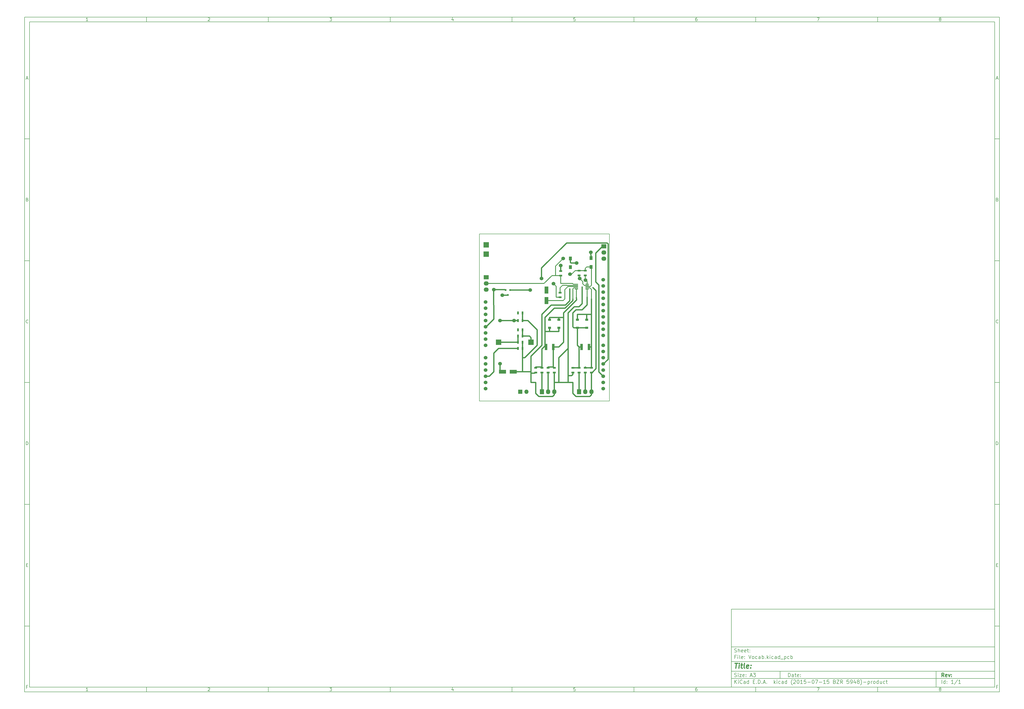
<source format=gbr>
G04 #@! TF.FileFunction,Copper,L1,Top,Signal*
%FSLAX46Y46*%
G04 Gerber Fmt 4.6, Leading zero omitted, Abs format (unit mm)*
G04 Created by KiCad (PCBNEW (2015-07-15 BZR 5948)-product) date Tue 15 Sep 2015 04:10:27 BST*
%MOMM*%
G01*
G04 APERTURE LIST*
%ADD10C,0.150000*%
%ADD11C,0.300000*%
%ADD12C,0.400000*%
%ADD13R,1.000000X2.500000*%
%ADD14R,2.999740X1.600200*%
%ADD15R,1.600200X2.999740*%
%ADD16R,1.220000X0.910000*%
%ADD17R,2.235200X2.235200*%
%ADD18R,1.300000X0.700000*%
%ADD19R,0.700000X1.300000*%
%ADD20R,1.727200X2.032000*%
%ADD21O,1.727200X2.032000*%
%ADD22R,2.032000X1.727200*%
%ADD23O,2.032000X1.727200*%
%ADD24C,1.524000*%
%ADD25R,1.727200X1.727200*%
%ADD26O,1.727200X1.727200*%
%ADD27R,1.198880X1.600200*%
%ADD28R,1.400000X0.300000*%
%ADD29R,0.800100X0.800100*%
%ADD30C,0.508000*%
G04 APERTURE END LIST*
D10*
X299989000Y-253002200D02*
X299989000Y-285002200D01*
X407989000Y-285002200D01*
X407989000Y-253002200D01*
X299989000Y-253002200D01*
X10000000Y-10000000D02*
X10000000Y-287002200D01*
X409989000Y-287002200D01*
X409989000Y-10000000D01*
X10000000Y-10000000D01*
X12000000Y-12000000D02*
X12000000Y-285002200D01*
X407989000Y-285002200D01*
X407989000Y-12000000D01*
X12000000Y-12000000D01*
X60000000Y-12000000D02*
X60000000Y-10000000D01*
X110000000Y-12000000D02*
X110000000Y-10000000D01*
X160000000Y-12000000D02*
X160000000Y-10000000D01*
X210000000Y-12000000D02*
X210000000Y-10000000D01*
X260000000Y-12000000D02*
X260000000Y-10000000D01*
X310000000Y-12000000D02*
X310000000Y-10000000D01*
X360000000Y-12000000D02*
X360000000Y-10000000D01*
X35990476Y-11588095D02*
X35247619Y-11588095D01*
X35619048Y-11588095D02*
X35619048Y-10288095D01*
X35495238Y-10473810D01*
X35371429Y-10597619D01*
X35247619Y-10659524D01*
X85247619Y-10411905D02*
X85309524Y-10350000D01*
X85433333Y-10288095D01*
X85742857Y-10288095D01*
X85866667Y-10350000D01*
X85928571Y-10411905D01*
X85990476Y-10535714D01*
X85990476Y-10659524D01*
X85928571Y-10845238D01*
X85185714Y-11588095D01*
X85990476Y-11588095D01*
X135185714Y-10288095D02*
X135990476Y-10288095D01*
X135557143Y-10783333D01*
X135742857Y-10783333D01*
X135866667Y-10845238D01*
X135928571Y-10907143D01*
X135990476Y-11030952D01*
X135990476Y-11340476D01*
X135928571Y-11464286D01*
X135866667Y-11526190D01*
X135742857Y-11588095D01*
X135371429Y-11588095D01*
X135247619Y-11526190D01*
X135185714Y-11464286D01*
X185866667Y-10721429D02*
X185866667Y-11588095D01*
X185557143Y-10226190D02*
X185247619Y-11154762D01*
X186052381Y-11154762D01*
X235928571Y-10288095D02*
X235309524Y-10288095D01*
X235247619Y-10907143D01*
X235309524Y-10845238D01*
X235433333Y-10783333D01*
X235742857Y-10783333D01*
X235866667Y-10845238D01*
X235928571Y-10907143D01*
X235990476Y-11030952D01*
X235990476Y-11340476D01*
X235928571Y-11464286D01*
X235866667Y-11526190D01*
X235742857Y-11588095D01*
X235433333Y-11588095D01*
X235309524Y-11526190D01*
X235247619Y-11464286D01*
X285866667Y-10288095D02*
X285619048Y-10288095D01*
X285495238Y-10350000D01*
X285433333Y-10411905D01*
X285309524Y-10597619D01*
X285247619Y-10845238D01*
X285247619Y-11340476D01*
X285309524Y-11464286D01*
X285371429Y-11526190D01*
X285495238Y-11588095D01*
X285742857Y-11588095D01*
X285866667Y-11526190D01*
X285928571Y-11464286D01*
X285990476Y-11340476D01*
X285990476Y-11030952D01*
X285928571Y-10907143D01*
X285866667Y-10845238D01*
X285742857Y-10783333D01*
X285495238Y-10783333D01*
X285371429Y-10845238D01*
X285309524Y-10907143D01*
X285247619Y-11030952D01*
X335185714Y-10288095D02*
X336052381Y-10288095D01*
X335495238Y-11588095D01*
X385495238Y-10845238D02*
X385371429Y-10783333D01*
X385309524Y-10721429D01*
X385247619Y-10597619D01*
X385247619Y-10535714D01*
X385309524Y-10411905D01*
X385371429Y-10350000D01*
X385495238Y-10288095D01*
X385742857Y-10288095D01*
X385866667Y-10350000D01*
X385928571Y-10411905D01*
X385990476Y-10535714D01*
X385990476Y-10597619D01*
X385928571Y-10721429D01*
X385866667Y-10783333D01*
X385742857Y-10845238D01*
X385495238Y-10845238D01*
X385371429Y-10907143D01*
X385309524Y-10969048D01*
X385247619Y-11092857D01*
X385247619Y-11340476D01*
X385309524Y-11464286D01*
X385371429Y-11526190D01*
X385495238Y-11588095D01*
X385742857Y-11588095D01*
X385866667Y-11526190D01*
X385928571Y-11464286D01*
X385990476Y-11340476D01*
X385990476Y-11092857D01*
X385928571Y-10969048D01*
X385866667Y-10907143D01*
X385742857Y-10845238D01*
X60000000Y-285002200D02*
X60000000Y-287002200D01*
X110000000Y-285002200D02*
X110000000Y-287002200D01*
X160000000Y-285002200D02*
X160000000Y-287002200D01*
X210000000Y-285002200D02*
X210000000Y-287002200D01*
X260000000Y-285002200D02*
X260000000Y-287002200D01*
X310000000Y-285002200D02*
X310000000Y-287002200D01*
X360000000Y-285002200D02*
X360000000Y-287002200D01*
X35990476Y-286590295D02*
X35247619Y-286590295D01*
X35619048Y-286590295D02*
X35619048Y-285290295D01*
X35495238Y-285476010D01*
X35371429Y-285599819D01*
X35247619Y-285661724D01*
X85247619Y-285414105D02*
X85309524Y-285352200D01*
X85433333Y-285290295D01*
X85742857Y-285290295D01*
X85866667Y-285352200D01*
X85928571Y-285414105D01*
X85990476Y-285537914D01*
X85990476Y-285661724D01*
X85928571Y-285847438D01*
X85185714Y-286590295D01*
X85990476Y-286590295D01*
X135185714Y-285290295D02*
X135990476Y-285290295D01*
X135557143Y-285785533D01*
X135742857Y-285785533D01*
X135866667Y-285847438D01*
X135928571Y-285909343D01*
X135990476Y-286033152D01*
X135990476Y-286342676D01*
X135928571Y-286466486D01*
X135866667Y-286528390D01*
X135742857Y-286590295D01*
X135371429Y-286590295D01*
X135247619Y-286528390D01*
X135185714Y-286466486D01*
X185866667Y-285723629D02*
X185866667Y-286590295D01*
X185557143Y-285228390D02*
X185247619Y-286156962D01*
X186052381Y-286156962D01*
X235928571Y-285290295D02*
X235309524Y-285290295D01*
X235247619Y-285909343D01*
X235309524Y-285847438D01*
X235433333Y-285785533D01*
X235742857Y-285785533D01*
X235866667Y-285847438D01*
X235928571Y-285909343D01*
X235990476Y-286033152D01*
X235990476Y-286342676D01*
X235928571Y-286466486D01*
X235866667Y-286528390D01*
X235742857Y-286590295D01*
X235433333Y-286590295D01*
X235309524Y-286528390D01*
X235247619Y-286466486D01*
X285866667Y-285290295D02*
X285619048Y-285290295D01*
X285495238Y-285352200D01*
X285433333Y-285414105D01*
X285309524Y-285599819D01*
X285247619Y-285847438D01*
X285247619Y-286342676D01*
X285309524Y-286466486D01*
X285371429Y-286528390D01*
X285495238Y-286590295D01*
X285742857Y-286590295D01*
X285866667Y-286528390D01*
X285928571Y-286466486D01*
X285990476Y-286342676D01*
X285990476Y-286033152D01*
X285928571Y-285909343D01*
X285866667Y-285847438D01*
X285742857Y-285785533D01*
X285495238Y-285785533D01*
X285371429Y-285847438D01*
X285309524Y-285909343D01*
X285247619Y-286033152D01*
X335185714Y-285290295D02*
X336052381Y-285290295D01*
X335495238Y-286590295D01*
X385495238Y-285847438D02*
X385371429Y-285785533D01*
X385309524Y-285723629D01*
X385247619Y-285599819D01*
X385247619Y-285537914D01*
X385309524Y-285414105D01*
X385371429Y-285352200D01*
X385495238Y-285290295D01*
X385742857Y-285290295D01*
X385866667Y-285352200D01*
X385928571Y-285414105D01*
X385990476Y-285537914D01*
X385990476Y-285599819D01*
X385928571Y-285723629D01*
X385866667Y-285785533D01*
X385742857Y-285847438D01*
X385495238Y-285847438D01*
X385371429Y-285909343D01*
X385309524Y-285971248D01*
X385247619Y-286095057D01*
X385247619Y-286342676D01*
X385309524Y-286466486D01*
X385371429Y-286528390D01*
X385495238Y-286590295D01*
X385742857Y-286590295D01*
X385866667Y-286528390D01*
X385928571Y-286466486D01*
X385990476Y-286342676D01*
X385990476Y-286095057D01*
X385928571Y-285971248D01*
X385866667Y-285909343D01*
X385742857Y-285847438D01*
X10000000Y-60000000D02*
X12000000Y-60000000D01*
X10000000Y-110000000D02*
X12000000Y-110000000D01*
X10000000Y-160000000D02*
X12000000Y-160000000D01*
X10000000Y-210000000D02*
X12000000Y-210000000D01*
X10000000Y-260000000D02*
X12000000Y-260000000D01*
X10690476Y-35216667D02*
X11309524Y-35216667D01*
X10566667Y-35588095D02*
X11000000Y-34288095D01*
X11433333Y-35588095D01*
X11092857Y-84907143D02*
X11278571Y-84969048D01*
X11340476Y-85030952D01*
X11402381Y-85154762D01*
X11402381Y-85340476D01*
X11340476Y-85464286D01*
X11278571Y-85526190D01*
X11154762Y-85588095D01*
X10659524Y-85588095D01*
X10659524Y-84288095D01*
X11092857Y-84288095D01*
X11216667Y-84350000D01*
X11278571Y-84411905D01*
X11340476Y-84535714D01*
X11340476Y-84659524D01*
X11278571Y-84783333D01*
X11216667Y-84845238D01*
X11092857Y-84907143D01*
X10659524Y-84907143D01*
X11402381Y-135464286D02*
X11340476Y-135526190D01*
X11154762Y-135588095D01*
X11030952Y-135588095D01*
X10845238Y-135526190D01*
X10721429Y-135402381D01*
X10659524Y-135278571D01*
X10597619Y-135030952D01*
X10597619Y-134845238D01*
X10659524Y-134597619D01*
X10721429Y-134473810D01*
X10845238Y-134350000D01*
X11030952Y-134288095D01*
X11154762Y-134288095D01*
X11340476Y-134350000D01*
X11402381Y-134411905D01*
X10659524Y-185588095D02*
X10659524Y-184288095D01*
X10969048Y-184288095D01*
X11154762Y-184350000D01*
X11278571Y-184473810D01*
X11340476Y-184597619D01*
X11402381Y-184845238D01*
X11402381Y-185030952D01*
X11340476Y-185278571D01*
X11278571Y-185402381D01*
X11154762Y-185526190D01*
X10969048Y-185588095D01*
X10659524Y-185588095D01*
X10721429Y-234907143D02*
X11154762Y-234907143D01*
X11340476Y-235588095D02*
X10721429Y-235588095D01*
X10721429Y-234288095D01*
X11340476Y-234288095D01*
X11185714Y-284907143D02*
X10752381Y-284907143D01*
X10752381Y-285588095D02*
X10752381Y-284288095D01*
X11371428Y-284288095D01*
X409989000Y-60000000D02*
X407989000Y-60000000D01*
X409989000Y-110000000D02*
X407989000Y-110000000D01*
X409989000Y-160000000D02*
X407989000Y-160000000D01*
X409989000Y-210000000D02*
X407989000Y-210000000D01*
X409989000Y-260000000D02*
X407989000Y-260000000D01*
X408679476Y-35216667D02*
X409298524Y-35216667D01*
X408555667Y-35588095D02*
X408989000Y-34288095D01*
X409422333Y-35588095D01*
X409081857Y-84907143D02*
X409267571Y-84969048D01*
X409329476Y-85030952D01*
X409391381Y-85154762D01*
X409391381Y-85340476D01*
X409329476Y-85464286D01*
X409267571Y-85526190D01*
X409143762Y-85588095D01*
X408648524Y-85588095D01*
X408648524Y-84288095D01*
X409081857Y-84288095D01*
X409205667Y-84350000D01*
X409267571Y-84411905D01*
X409329476Y-84535714D01*
X409329476Y-84659524D01*
X409267571Y-84783333D01*
X409205667Y-84845238D01*
X409081857Y-84907143D01*
X408648524Y-84907143D01*
X409391381Y-135464286D02*
X409329476Y-135526190D01*
X409143762Y-135588095D01*
X409019952Y-135588095D01*
X408834238Y-135526190D01*
X408710429Y-135402381D01*
X408648524Y-135278571D01*
X408586619Y-135030952D01*
X408586619Y-134845238D01*
X408648524Y-134597619D01*
X408710429Y-134473810D01*
X408834238Y-134350000D01*
X409019952Y-134288095D01*
X409143762Y-134288095D01*
X409329476Y-134350000D01*
X409391381Y-134411905D01*
X408648524Y-185588095D02*
X408648524Y-184288095D01*
X408958048Y-184288095D01*
X409143762Y-184350000D01*
X409267571Y-184473810D01*
X409329476Y-184597619D01*
X409391381Y-184845238D01*
X409391381Y-185030952D01*
X409329476Y-185278571D01*
X409267571Y-185402381D01*
X409143762Y-185526190D01*
X408958048Y-185588095D01*
X408648524Y-185588095D01*
X408710429Y-234907143D02*
X409143762Y-234907143D01*
X409329476Y-235588095D02*
X408710429Y-235588095D01*
X408710429Y-234288095D01*
X409329476Y-234288095D01*
X409174714Y-284907143D02*
X408741381Y-284907143D01*
X408741381Y-285588095D02*
X408741381Y-284288095D01*
X409360428Y-284288095D01*
X323346143Y-280780771D02*
X323346143Y-279280771D01*
X323703286Y-279280771D01*
X323917571Y-279352200D01*
X324060429Y-279495057D01*
X324131857Y-279637914D01*
X324203286Y-279923629D01*
X324203286Y-280137914D01*
X324131857Y-280423629D01*
X324060429Y-280566486D01*
X323917571Y-280709343D01*
X323703286Y-280780771D01*
X323346143Y-280780771D01*
X325489000Y-280780771D02*
X325489000Y-279995057D01*
X325417571Y-279852200D01*
X325274714Y-279780771D01*
X324989000Y-279780771D01*
X324846143Y-279852200D01*
X325489000Y-280709343D02*
X325346143Y-280780771D01*
X324989000Y-280780771D01*
X324846143Y-280709343D01*
X324774714Y-280566486D01*
X324774714Y-280423629D01*
X324846143Y-280280771D01*
X324989000Y-280209343D01*
X325346143Y-280209343D01*
X325489000Y-280137914D01*
X325989000Y-279780771D02*
X326560429Y-279780771D01*
X326203286Y-279280771D02*
X326203286Y-280566486D01*
X326274714Y-280709343D01*
X326417572Y-280780771D01*
X326560429Y-280780771D01*
X327631857Y-280709343D02*
X327489000Y-280780771D01*
X327203286Y-280780771D01*
X327060429Y-280709343D01*
X326989000Y-280566486D01*
X326989000Y-279995057D01*
X327060429Y-279852200D01*
X327203286Y-279780771D01*
X327489000Y-279780771D01*
X327631857Y-279852200D01*
X327703286Y-279995057D01*
X327703286Y-280137914D01*
X326989000Y-280280771D01*
X328346143Y-280637914D02*
X328417571Y-280709343D01*
X328346143Y-280780771D01*
X328274714Y-280709343D01*
X328346143Y-280637914D01*
X328346143Y-280780771D01*
X328346143Y-279852200D02*
X328417571Y-279923629D01*
X328346143Y-279995057D01*
X328274714Y-279923629D01*
X328346143Y-279852200D01*
X328346143Y-279995057D01*
X299989000Y-281502200D02*
X407989000Y-281502200D01*
X301346143Y-283580771D02*
X301346143Y-282080771D01*
X302203286Y-283580771D02*
X301560429Y-282723629D01*
X302203286Y-282080771D02*
X301346143Y-282937914D01*
X302846143Y-283580771D02*
X302846143Y-282580771D01*
X302846143Y-282080771D02*
X302774714Y-282152200D01*
X302846143Y-282223629D01*
X302917571Y-282152200D01*
X302846143Y-282080771D01*
X302846143Y-282223629D01*
X304417572Y-283437914D02*
X304346143Y-283509343D01*
X304131857Y-283580771D01*
X303989000Y-283580771D01*
X303774715Y-283509343D01*
X303631857Y-283366486D01*
X303560429Y-283223629D01*
X303489000Y-282937914D01*
X303489000Y-282723629D01*
X303560429Y-282437914D01*
X303631857Y-282295057D01*
X303774715Y-282152200D01*
X303989000Y-282080771D01*
X304131857Y-282080771D01*
X304346143Y-282152200D01*
X304417572Y-282223629D01*
X305703286Y-283580771D02*
X305703286Y-282795057D01*
X305631857Y-282652200D01*
X305489000Y-282580771D01*
X305203286Y-282580771D01*
X305060429Y-282652200D01*
X305703286Y-283509343D02*
X305560429Y-283580771D01*
X305203286Y-283580771D01*
X305060429Y-283509343D01*
X304989000Y-283366486D01*
X304989000Y-283223629D01*
X305060429Y-283080771D01*
X305203286Y-283009343D01*
X305560429Y-283009343D01*
X305703286Y-282937914D01*
X307060429Y-283580771D02*
X307060429Y-282080771D01*
X307060429Y-283509343D02*
X306917572Y-283580771D01*
X306631858Y-283580771D01*
X306489000Y-283509343D01*
X306417572Y-283437914D01*
X306346143Y-283295057D01*
X306346143Y-282866486D01*
X306417572Y-282723629D01*
X306489000Y-282652200D01*
X306631858Y-282580771D01*
X306917572Y-282580771D01*
X307060429Y-282652200D01*
X308917572Y-282795057D02*
X309417572Y-282795057D01*
X309631858Y-283580771D02*
X308917572Y-283580771D01*
X308917572Y-282080771D01*
X309631858Y-282080771D01*
X310274715Y-283437914D02*
X310346143Y-283509343D01*
X310274715Y-283580771D01*
X310203286Y-283509343D01*
X310274715Y-283437914D01*
X310274715Y-283580771D01*
X310989001Y-283580771D02*
X310989001Y-282080771D01*
X311346144Y-282080771D01*
X311560429Y-282152200D01*
X311703287Y-282295057D01*
X311774715Y-282437914D01*
X311846144Y-282723629D01*
X311846144Y-282937914D01*
X311774715Y-283223629D01*
X311703287Y-283366486D01*
X311560429Y-283509343D01*
X311346144Y-283580771D01*
X310989001Y-283580771D01*
X312489001Y-283437914D02*
X312560429Y-283509343D01*
X312489001Y-283580771D01*
X312417572Y-283509343D01*
X312489001Y-283437914D01*
X312489001Y-283580771D01*
X313131858Y-283152200D02*
X313846144Y-283152200D01*
X312989001Y-283580771D02*
X313489001Y-282080771D01*
X313989001Y-283580771D01*
X314489001Y-283437914D02*
X314560429Y-283509343D01*
X314489001Y-283580771D01*
X314417572Y-283509343D01*
X314489001Y-283437914D01*
X314489001Y-283580771D01*
X317489001Y-283580771D02*
X317489001Y-282080771D01*
X317631858Y-283009343D02*
X318060429Y-283580771D01*
X318060429Y-282580771D02*
X317489001Y-283152200D01*
X318703287Y-283580771D02*
X318703287Y-282580771D01*
X318703287Y-282080771D02*
X318631858Y-282152200D01*
X318703287Y-282223629D01*
X318774715Y-282152200D01*
X318703287Y-282080771D01*
X318703287Y-282223629D01*
X320060430Y-283509343D02*
X319917573Y-283580771D01*
X319631859Y-283580771D01*
X319489001Y-283509343D01*
X319417573Y-283437914D01*
X319346144Y-283295057D01*
X319346144Y-282866486D01*
X319417573Y-282723629D01*
X319489001Y-282652200D01*
X319631859Y-282580771D01*
X319917573Y-282580771D01*
X320060430Y-282652200D01*
X321346144Y-283580771D02*
X321346144Y-282795057D01*
X321274715Y-282652200D01*
X321131858Y-282580771D01*
X320846144Y-282580771D01*
X320703287Y-282652200D01*
X321346144Y-283509343D02*
X321203287Y-283580771D01*
X320846144Y-283580771D01*
X320703287Y-283509343D01*
X320631858Y-283366486D01*
X320631858Y-283223629D01*
X320703287Y-283080771D01*
X320846144Y-283009343D01*
X321203287Y-283009343D01*
X321346144Y-282937914D01*
X322703287Y-283580771D02*
X322703287Y-282080771D01*
X322703287Y-283509343D02*
X322560430Y-283580771D01*
X322274716Y-283580771D01*
X322131858Y-283509343D01*
X322060430Y-283437914D01*
X321989001Y-283295057D01*
X321989001Y-282866486D01*
X322060430Y-282723629D01*
X322131858Y-282652200D01*
X322274716Y-282580771D01*
X322560430Y-282580771D01*
X322703287Y-282652200D01*
X324989001Y-284152200D02*
X324917573Y-284080771D01*
X324774716Y-283866486D01*
X324703287Y-283723629D01*
X324631858Y-283509343D01*
X324560430Y-283152200D01*
X324560430Y-282866486D01*
X324631858Y-282509343D01*
X324703287Y-282295057D01*
X324774716Y-282152200D01*
X324917573Y-281937914D01*
X324989001Y-281866486D01*
X325489001Y-282223629D02*
X325560430Y-282152200D01*
X325703287Y-282080771D01*
X326060430Y-282080771D01*
X326203287Y-282152200D01*
X326274716Y-282223629D01*
X326346144Y-282366486D01*
X326346144Y-282509343D01*
X326274716Y-282723629D01*
X325417573Y-283580771D01*
X326346144Y-283580771D01*
X327274715Y-282080771D02*
X327417572Y-282080771D01*
X327560429Y-282152200D01*
X327631858Y-282223629D01*
X327703287Y-282366486D01*
X327774715Y-282652200D01*
X327774715Y-283009343D01*
X327703287Y-283295057D01*
X327631858Y-283437914D01*
X327560429Y-283509343D01*
X327417572Y-283580771D01*
X327274715Y-283580771D01*
X327131858Y-283509343D01*
X327060429Y-283437914D01*
X326989001Y-283295057D01*
X326917572Y-283009343D01*
X326917572Y-282652200D01*
X326989001Y-282366486D01*
X327060429Y-282223629D01*
X327131858Y-282152200D01*
X327274715Y-282080771D01*
X329203286Y-283580771D02*
X328346143Y-283580771D01*
X328774715Y-283580771D02*
X328774715Y-282080771D01*
X328631858Y-282295057D01*
X328489000Y-282437914D01*
X328346143Y-282509343D01*
X330560429Y-282080771D02*
X329846143Y-282080771D01*
X329774714Y-282795057D01*
X329846143Y-282723629D01*
X329989000Y-282652200D01*
X330346143Y-282652200D01*
X330489000Y-282723629D01*
X330560429Y-282795057D01*
X330631857Y-282937914D01*
X330631857Y-283295057D01*
X330560429Y-283437914D01*
X330489000Y-283509343D01*
X330346143Y-283580771D01*
X329989000Y-283580771D01*
X329846143Y-283509343D01*
X329774714Y-283437914D01*
X331274714Y-283009343D02*
X332417571Y-283009343D01*
X333417571Y-282080771D02*
X333560428Y-282080771D01*
X333703285Y-282152200D01*
X333774714Y-282223629D01*
X333846143Y-282366486D01*
X333917571Y-282652200D01*
X333917571Y-283009343D01*
X333846143Y-283295057D01*
X333774714Y-283437914D01*
X333703285Y-283509343D01*
X333560428Y-283580771D01*
X333417571Y-283580771D01*
X333274714Y-283509343D01*
X333203285Y-283437914D01*
X333131857Y-283295057D01*
X333060428Y-283009343D01*
X333060428Y-282652200D01*
X333131857Y-282366486D01*
X333203285Y-282223629D01*
X333274714Y-282152200D01*
X333417571Y-282080771D01*
X334417571Y-282080771D02*
X335417571Y-282080771D01*
X334774714Y-283580771D01*
X335988999Y-283009343D02*
X337131856Y-283009343D01*
X338631856Y-283580771D02*
X337774713Y-283580771D01*
X338203285Y-283580771D02*
X338203285Y-282080771D01*
X338060428Y-282295057D01*
X337917570Y-282437914D01*
X337774713Y-282509343D01*
X339988999Y-282080771D02*
X339274713Y-282080771D01*
X339203284Y-282795057D01*
X339274713Y-282723629D01*
X339417570Y-282652200D01*
X339774713Y-282652200D01*
X339917570Y-282723629D01*
X339988999Y-282795057D01*
X340060427Y-282937914D01*
X340060427Y-283295057D01*
X339988999Y-283437914D01*
X339917570Y-283509343D01*
X339774713Y-283580771D01*
X339417570Y-283580771D01*
X339274713Y-283509343D01*
X339203284Y-283437914D01*
X342346141Y-282795057D02*
X342560427Y-282866486D01*
X342631855Y-282937914D01*
X342703284Y-283080771D01*
X342703284Y-283295057D01*
X342631855Y-283437914D01*
X342560427Y-283509343D01*
X342417569Y-283580771D01*
X341846141Y-283580771D01*
X341846141Y-282080771D01*
X342346141Y-282080771D01*
X342488998Y-282152200D01*
X342560427Y-282223629D01*
X342631855Y-282366486D01*
X342631855Y-282509343D01*
X342560427Y-282652200D01*
X342488998Y-282723629D01*
X342346141Y-282795057D01*
X341846141Y-282795057D01*
X343203284Y-282080771D02*
X344203284Y-282080771D01*
X343203284Y-283580771D01*
X344203284Y-283580771D01*
X345631855Y-283580771D02*
X345131855Y-282866486D01*
X344774712Y-283580771D02*
X344774712Y-282080771D01*
X345346140Y-282080771D01*
X345488998Y-282152200D01*
X345560426Y-282223629D01*
X345631855Y-282366486D01*
X345631855Y-282580771D01*
X345560426Y-282723629D01*
X345488998Y-282795057D01*
X345346140Y-282866486D01*
X344774712Y-282866486D01*
X348131855Y-282080771D02*
X347417569Y-282080771D01*
X347346140Y-282795057D01*
X347417569Y-282723629D01*
X347560426Y-282652200D01*
X347917569Y-282652200D01*
X348060426Y-282723629D01*
X348131855Y-282795057D01*
X348203283Y-282937914D01*
X348203283Y-283295057D01*
X348131855Y-283437914D01*
X348060426Y-283509343D01*
X347917569Y-283580771D01*
X347560426Y-283580771D01*
X347417569Y-283509343D01*
X347346140Y-283437914D01*
X348917568Y-283580771D02*
X349203283Y-283580771D01*
X349346140Y-283509343D01*
X349417568Y-283437914D01*
X349560426Y-283223629D01*
X349631854Y-282937914D01*
X349631854Y-282366486D01*
X349560426Y-282223629D01*
X349488997Y-282152200D01*
X349346140Y-282080771D01*
X349060426Y-282080771D01*
X348917568Y-282152200D01*
X348846140Y-282223629D01*
X348774711Y-282366486D01*
X348774711Y-282723629D01*
X348846140Y-282866486D01*
X348917568Y-282937914D01*
X349060426Y-283009343D01*
X349346140Y-283009343D01*
X349488997Y-282937914D01*
X349560426Y-282866486D01*
X349631854Y-282723629D01*
X350917568Y-282580771D02*
X350917568Y-283580771D01*
X350560425Y-282009343D02*
X350203282Y-283080771D01*
X351131854Y-283080771D01*
X351917568Y-282723629D02*
X351774710Y-282652200D01*
X351703282Y-282580771D01*
X351631853Y-282437914D01*
X351631853Y-282366486D01*
X351703282Y-282223629D01*
X351774710Y-282152200D01*
X351917568Y-282080771D01*
X352203282Y-282080771D01*
X352346139Y-282152200D01*
X352417568Y-282223629D01*
X352488996Y-282366486D01*
X352488996Y-282437914D01*
X352417568Y-282580771D01*
X352346139Y-282652200D01*
X352203282Y-282723629D01*
X351917568Y-282723629D01*
X351774710Y-282795057D01*
X351703282Y-282866486D01*
X351631853Y-283009343D01*
X351631853Y-283295057D01*
X351703282Y-283437914D01*
X351774710Y-283509343D01*
X351917568Y-283580771D01*
X352203282Y-283580771D01*
X352346139Y-283509343D01*
X352417568Y-283437914D01*
X352488996Y-283295057D01*
X352488996Y-283009343D01*
X352417568Y-282866486D01*
X352346139Y-282795057D01*
X352203282Y-282723629D01*
X352988996Y-284152200D02*
X353060424Y-284080771D01*
X353203281Y-283866486D01*
X353274710Y-283723629D01*
X353346139Y-283509343D01*
X353417567Y-283152200D01*
X353417567Y-282866486D01*
X353346139Y-282509343D01*
X353274710Y-282295057D01*
X353203281Y-282152200D01*
X353060424Y-281937914D01*
X352988996Y-281866486D01*
X354131853Y-283009343D02*
X355274710Y-283009343D01*
X355988996Y-282580771D02*
X355988996Y-284080771D01*
X355988996Y-282652200D02*
X356131853Y-282580771D01*
X356417567Y-282580771D01*
X356560424Y-282652200D01*
X356631853Y-282723629D01*
X356703282Y-282866486D01*
X356703282Y-283295057D01*
X356631853Y-283437914D01*
X356560424Y-283509343D01*
X356417567Y-283580771D01*
X356131853Y-283580771D01*
X355988996Y-283509343D01*
X357346139Y-283580771D02*
X357346139Y-282580771D01*
X357346139Y-282866486D02*
X357417567Y-282723629D01*
X357488996Y-282652200D01*
X357631853Y-282580771D01*
X357774710Y-282580771D01*
X358488996Y-283580771D02*
X358346138Y-283509343D01*
X358274710Y-283437914D01*
X358203281Y-283295057D01*
X358203281Y-282866486D01*
X358274710Y-282723629D01*
X358346138Y-282652200D01*
X358488996Y-282580771D01*
X358703281Y-282580771D01*
X358846138Y-282652200D01*
X358917567Y-282723629D01*
X358988996Y-282866486D01*
X358988996Y-283295057D01*
X358917567Y-283437914D01*
X358846138Y-283509343D01*
X358703281Y-283580771D01*
X358488996Y-283580771D01*
X360274710Y-283580771D02*
X360274710Y-282080771D01*
X360274710Y-283509343D02*
X360131853Y-283580771D01*
X359846139Y-283580771D01*
X359703281Y-283509343D01*
X359631853Y-283437914D01*
X359560424Y-283295057D01*
X359560424Y-282866486D01*
X359631853Y-282723629D01*
X359703281Y-282652200D01*
X359846139Y-282580771D01*
X360131853Y-282580771D01*
X360274710Y-282652200D01*
X361631853Y-282580771D02*
X361631853Y-283580771D01*
X360988996Y-282580771D02*
X360988996Y-283366486D01*
X361060424Y-283509343D01*
X361203282Y-283580771D01*
X361417567Y-283580771D01*
X361560424Y-283509343D01*
X361631853Y-283437914D01*
X362988996Y-283509343D02*
X362846139Y-283580771D01*
X362560425Y-283580771D01*
X362417567Y-283509343D01*
X362346139Y-283437914D01*
X362274710Y-283295057D01*
X362274710Y-282866486D01*
X362346139Y-282723629D01*
X362417567Y-282652200D01*
X362560425Y-282580771D01*
X362846139Y-282580771D01*
X362988996Y-282652200D01*
X363417567Y-282580771D02*
X363988996Y-282580771D01*
X363631853Y-282080771D02*
X363631853Y-283366486D01*
X363703281Y-283509343D01*
X363846139Y-283580771D01*
X363988996Y-283580771D01*
X299989000Y-278502200D02*
X407989000Y-278502200D01*
D11*
X387203286Y-280780771D02*
X386703286Y-280066486D01*
X386346143Y-280780771D02*
X386346143Y-279280771D01*
X386917571Y-279280771D01*
X387060429Y-279352200D01*
X387131857Y-279423629D01*
X387203286Y-279566486D01*
X387203286Y-279780771D01*
X387131857Y-279923629D01*
X387060429Y-279995057D01*
X386917571Y-280066486D01*
X386346143Y-280066486D01*
X388417571Y-280709343D02*
X388274714Y-280780771D01*
X387989000Y-280780771D01*
X387846143Y-280709343D01*
X387774714Y-280566486D01*
X387774714Y-279995057D01*
X387846143Y-279852200D01*
X387989000Y-279780771D01*
X388274714Y-279780771D01*
X388417571Y-279852200D01*
X388489000Y-279995057D01*
X388489000Y-280137914D01*
X387774714Y-280280771D01*
X388989000Y-279780771D02*
X389346143Y-280780771D01*
X389703285Y-279780771D01*
X390274714Y-280637914D02*
X390346142Y-280709343D01*
X390274714Y-280780771D01*
X390203285Y-280709343D01*
X390274714Y-280637914D01*
X390274714Y-280780771D01*
X390274714Y-279852200D02*
X390346142Y-279923629D01*
X390274714Y-279995057D01*
X390203285Y-279923629D01*
X390274714Y-279852200D01*
X390274714Y-279995057D01*
D10*
X301274714Y-280709343D02*
X301489000Y-280780771D01*
X301846143Y-280780771D01*
X301989000Y-280709343D01*
X302060429Y-280637914D01*
X302131857Y-280495057D01*
X302131857Y-280352200D01*
X302060429Y-280209343D01*
X301989000Y-280137914D01*
X301846143Y-280066486D01*
X301560429Y-279995057D01*
X301417571Y-279923629D01*
X301346143Y-279852200D01*
X301274714Y-279709343D01*
X301274714Y-279566486D01*
X301346143Y-279423629D01*
X301417571Y-279352200D01*
X301560429Y-279280771D01*
X301917571Y-279280771D01*
X302131857Y-279352200D01*
X302774714Y-280780771D02*
X302774714Y-279780771D01*
X302774714Y-279280771D02*
X302703285Y-279352200D01*
X302774714Y-279423629D01*
X302846142Y-279352200D01*
X302774714Y-279280771D01*
X302774714Y-279423629D01*
X303346143Y-279780771D02*
X304131857Y-279780771D01*
X303346143Y-280780771D01*
X304131857Y-280780771D01*
X305274714Y-280709343D02*
X305131857Y-280780771D01*
X304846143Y-280780771D01*
X304703286Y-280709343D01*
X304631857Y-280566486D01*
X304631857Y-279995057D01*
X304703286Y-279852200D01*
X304846143Y-279780771D01*
X305131857Y-279780771D01*
X305274714Y-279852200D01*
X305346143Y-279995057D01*
X305346143Y-280137914D01*
X304631857Y-280280771D01*
X305989000Y-280637914D02*
X306060428Y-280709343D01*
X305989000Y-280780771D01*
X305917571Y-280709343D01*
X305989000Y-280637914D01*
X305989000Y-280780771D01*
X305989000Y-279852200D02*
X306060428Y-279923629D01*
X305989000Y-279995057D01*
X305917571Y-279923629D01*
X305989000Y-279852200D01*
X305989000Y-279995057D01*
X307774714Y-280352200D02*
X308489000Y-280352200D01*
X307631857Y-280780771D02*
X308131857Y-279280771D01*
X308631857Y-280780771D01*
X308989000Y-279280771D02*
X309917571Y-279280771D01*
X309417571Y-279852200D01*
X309631857Y-279852200D01*
X309774714Y-279923629D01*
X309846143Y-279995057D01*
X309917571Y-280137914D01*
X309917571Y-280495057D01*
X309846143Y-280637914D01*
X309774714Y-280709343D01*
X309631857Y-280780771D01*
X309203285Y-280780771D01*
X309060428Y-280709343D01*
X308989000Y-280637914D01*
X386346143Y-283580771D02*
X386346143Y-282080771D01*
X387703286Y-283580771D02*
X387703286Y-282080771D01*
X387703286Y-283509343D02*
X387560429Y-283580771D01*
X387274715Y-283580771D01*
X387131857Y-283509343D01*
X387060429Y-283437914D01*
X386989000Y-283295057D01*
X386989000Y-282866486D01*
X387060429Y-282723629D01*
X387131857Y-282652200D01*
X387274715Y-282580771D01*
X387560429Y-282580771D01*
X387703286Y-282652200D01*
X388417572Y-283437914D02*
X388489000Y-283509343D01*
X388417572Y-283580771D01*
X388346143Y-283509343D01*
X388417572Y-283437914D01*
X388417572Y-283580771D01*
X388417572Y-282652200D02*
X388489000Y-282723629D01*
X388417572Y-282795057D01*
X388346143Y-282723629D01*
X388417572Y-282652200D01*
X388417572Y-282795057D01*
X391060429Y-283580771D02*
X390203286Y-283580771D01*
X390631858Y-283580771D02*
X390631858Y-282080771D01*
X390489001Y-282295057D01*
X390346143Y-282437914D01*
X390203286Y-282509343D01*
X392774714Y-282009343D02*
X391489000Y-283937914D01*
X394060429Y-283580771D02*
X393203286Y-283580771D01*
X393631858Y-283580771D02*
X393631858Y-282080771D01*
X393489001Y-282295057D01*
X393346143Y-282437914D01*
X393203286Y-282509343D01*
X299989000Y-274502200D02*
X407989000Y-274502200D01*
D12*
X301441381Y-275206962D02*
X302584238Y-275206962D01*
X301762810Y-277206962D02*
X302012810Y-275206962D01*
X303000905Y-277206962D02*
X303167571Y-275873629D01*
X303250905Y-275206962D02*
X303143762Y-275302200D01*
X303227095Y-275397438D01*
X303334239Y-275302200D01*
X303250905Y-275206962D01*
X303227095Y-275397438D01*
X303834238Y-275873629D02*
X304596143Y-275873629D01*
X304203286Y-275206962D02*
X303989000Y-276921248D01*
X304060430Y-277111724D01*
X304239001Y-277206962D01*
X304429477Y-277206962D01*
X305381858Y-277206962D02*
X305203287Y-277111724D01*
X305131857Y-276921248D01*
X305346143Y-275206962D01*
X306917572Y-277111724D02*
X306715191Y-277206962D01*
X306334239Y-277206962D01*
X306155667Y-277111724D01*
X306084238Y-276921248D01*
X306179476Y-276159343D01*
X306298524Y-275968867D01*
X306500905Y-275873629D01*
X306881857Y-275873629D01*
X307060429Y-275968867D01*
X307131857Y-276159343D01*
X307108048Y-276349819D01*
X306131857Y-276540295D01*
X307881857Y-277016486D02*
X307965192Y-277111724D01*
X307858048Y-277206962D01*
X307774715Y-277111724D01*
X307881857Y-277016486D01*
X307858048Y-277206962D01*
X308012810Y-275968867D02*
X308096144Y-276064105D01*
X307989000Y-276159343D01*
X307905667Y-276064105D01*
X308012810Y-275968867D01*
X307989000Y-276159343D01*
D10*
X301846143Y-272595057D02*
X301346143Y-272595057D01*
X301346143Y-273380771D02*
X301346143Y-271880771D01*
X302060429Y-271880771D01*
X302631857Y-273380771D02*
X302631857Y-272380771D01*
X302631857Y-271880771D02*
X302560428Y-271952200D01*
X302631857Y-272023629D01*
X302703285Y-271952200D01*
X302631857Y-271880771D01*
X302631857Y-272023629D01*
X303560429Y-273380771D02*
X303417571Y-273309343D01*
X303346143Y-273166486D01*
X303346143Y-271880771D01*
X304703285Y-273309343D02*
X304560428Y-273380771D01*
X304274714Y-273380771D01*
X304131857Y-273309343D01*
X304060428Y-273166486D01*
X304060428Y-272595057D01*
X304131857Y-272452200D01*
X304274714Y-272380771D01*
X304560428Y-272380771D01*
X304703285Y-272452200D01*
X304774714Y-272595057D01*
X304774714Y-272737914D01*
X304060428Y-272880771D01*
X305417571Y-273237914D02*
X305488999Y-273309343D01*
X305417571Y-273380771D01*
X305346142Y-273309343D01*
X305417571Y-273237914D01*
X305417571Y-273380771D01*
X305417571Y-272452200D02*
X305488999Y-272523629D01*
X305417571Y-272595057D01*
X305346142Y-272523629D01*
X305417571Y-272452200D01*
X305417571Y-272595057D01*
X307060428Y-271880771D02*
X307560428Y-273380771D01*
X308060428Y-271880771D01*
X308774714Y-273380771D02*
X308631856Y-273309343D01*
X308560428Y-273237914D01*
X308488999Y-273095057D01*
X308488999Y-272666486D01*
X308560428Y-272523629D01*
X308631856Y-272452200D01*
X308774714Y-272380771D01*
X308988999Y-272380771D01*
X309131856Y-272452200D01*
X309203285Y-272523629D01*
X309274714Y-272666486D01*
X309274714Y-273095057D01*
X309203285Y-273237914D01*
X309131856Y-273309343D01*
X308988999Y-273380771D01*
X308774714Y-273380771D01*
X310560428Y-273309343D02*
X310417571Y-273380771D01*
X310131857Y-273380771D01*
X309988999Y-273309343D01*
X309917571Y-273237914D01*
X309846142Y-273095057D01*
X309846142Y-272666486D01*
X309917571Y-272523629D01*
X309988999Y-272452200D01*
X310131857Y-272380771D01*
X310417571Y-272380771D01*
X310560428Y-272452200D01*
X311846142Y-273380771D02*
X311846142Y-272595057D01*
X311774713Y-272452200D01*
X311631856Y-272380771D01*
X311346142Y-272380771D01*
X311203285Y-272452200D01*
X311846142Y-273309343D02*
X311703285Y-273380771D01*
X311346142Y-273380771D01*
X311203285Y-273309343D01*
X311131856Y-273166486D01*
X311131856Y-273023629D01*
X311203285Y-272880771D01*
X311346142Y-272809343D01*
X311703285Y-272809343D01*
X311846142Y-272737914D01*
X312560428Y-273380771D02*
X312560428Y-271880771D01*
X312560428Y-272452200D02*
X312703285Y-272380771D01*
X312988999Y-272380771D01*
X313131856Y-272452200D01*
X313203285Y-272523629D01*
X313274714Y-272666486D01*
X313274714Y-273095057D01*
X313203285Y-273237914D01*
X313131856Y-273309343D01*
X312988999Y-273380771D01*
X312703285Y-273380771D01*
X312560428Y-273309343D01*
X313917571Y-273237914D02*
X313988999Y-273309343D01*
X313917571Y-273380771D01*
X313846142Y-273309343D01*
X313917571Y-273237914D01*
X313917571Y-273380771D01*
X314631857Y-273380771D02*
X314631857Y-271880771D01*
X314774714Y-272809343D02*
X315203285Y-273380771D01*
X315203285Y-272380771D02*
X314631857Y-272952200D01*
X315846143Y-273380771D02*
X315846143Y-272380771D01*
X315846143Y-271880771D02*
X315774714Y-271952200D01*
X315846143Y-272023629D01*
X315917571Y-271952200D01*
X315846143Y-271880771D01*
X315846143Y-272023629D01*
X317203286Y-273309343D02*
X317060429Y-273380771D01*
X316774715Y-273380771D01*
X316631857Y-273309343D01*
X316560429Y-273237914D01*
X316489000Y-273095057D01*
X316489000Y-272666486D01*
X316560429Y-272523629D01*
X316631857Y-272452200D01*
X316774715Y-272380771D01*
X317060429Y-272380771D01*
X317203286Y-272452200D01*
X318489000Y-273380771D02*
X318489000Y-272595057D01*
X318417571Y-272452200D01*
X318274714Y-272380771D01*
X317989000Y-272380771D01*
X317846143Y-272452200D01*
X318489000Y-273309343D02*
X318346143Y-273380771D01*
X317989000Y-273380771D01*
X317846143Y-273309343D01*
X317774714Y-273166486D01*
X317774714Y-273023629D01*
X317846143Y-272880771D01*
X317989000Y-272809343D01*
X318346143Y-272809343D01*
X318489000Y-272737914D01*
X319846143Y-273380771D02*
X319846143Y-271880771D01*
X319846143Y-273309343D02*
X319703286Y-273380771D01*
X319417572Y-273380771D01*
X319274714Y-273309343D01*
X319203286Y-273237914D01*
X319131857Y-273095057D01*
X319131857Y-272666486D01*
X319203286Y-272523629D01*
X319274714Y-272452200D01*
X319417572Y-272380771D01*
X319703286Y-272380771D01*
X319846143Y-272452200D01*
X320203286Y-273523629D02*
X321346143Y-273523629D01*
X321703286Y-272380771D02*
X321703286Y-273880771D01*
X321703286Y-272452200D02*
X321846143Y-272380771D01*
X322131857Y-272380771D01*
X322274714Y-272452200D01*
X322346143Y-272523629D01*
X322417572Y-272666486D01*
X322417572Y-273095057D01*
X322346143Y-273237914D01*
X322274714Y-273309343D01*
X322131857Y-273380771D01*
X321846143Y-273380771D01*
X321703286Y-273309343D01*
X323703286Y-273309343D02*
X323560429Y-273380771D01*
X323274715Y-273380771D01*
X323131857Y-273309343D01*
X323060429Y-273237914D01*
X322989000Y-273095057D01*
X322989000Y-272666486D01*
X323060429Y-272523629D01*
X323131857Y-272452200D01*
X323274715Y-272380771D01*
X323560429Y-272380771D01*
X323703286Y-272452200D01*
X324346143Y-273380771D02*
X324346143Y-271880771D01*
X324346143Y-272452200D02*
X324489000Y-272380771D01*
X324774714Y-272380771D01*
X324917571Y-272452200D01*
X324989000Y-272523629D01*
X325060429Y-272666486D01*
X325060429Y-273095057D01*
X324989000Y-273237914D01*
X324917571Y-273309343D01*
X324774714Y-273380771D01*
X324489000Y-273380771D01*
X324346143Y-273309343D01*
X299989000Y-268502200D02*
X407989000Y-268502200D01*
X301274714Y-270609343D02*
X301489000Y-270680771D01*
X301846143Y-270680771D01*
X301989000Y-270609343D01*
X302060429Y-270537914D01*
X302131857Y-270395057D01*
X302131857Y-270252200D01*
X302060429Y-270109343D01*
X301989000Y-270037914D01*
X301846143Y-269966486D01*
X301560429Y-269895057D01*
X301417571Y-269823629D01*
X301346143Y-269752200D01*
X301274714Y-269609343D01*
X301274714Y-269466486D01*
X301346143Y-269323629D01*
X301417571Y-269252200D01*
X301560429Y-269180771D01*
X301917571Y-269180771D01*
X302131857Y-269252200D01*
X302774714Y-270680771D02*
X302774714Y-269180771D01*
X303417571Y-270680771D02*
X303417571Y-269895057D01*
X303346142Y-269752200D01*
X303203285Y-269680771D01*
X302989000Y-269680771D01*
X302846142Y-269752200D01*
X302774714Y-269823629D01*
X304703285Y-270609343D02*
X304560428Y-270680771D01*
X304274714Y-270680771D01*
X304131857Y-270609343D01*
X304060428Y-270466486D01*
X304060428Y-269895057D01*
X304131857Y-269752200D01*
X304274714Y-269680771D01*
X304560428Y-269680771D01*
X304703285Y-269752200D01*
X304774714Y-269895057D01*
X304774714Y-270037914D01*
X304060428Y-270180771D01*
X305988999Y-270609343D02*
X305846142Y-270680771D01*
X305560428Y-270680771D01*
X305417571Y-270609343D01*
X305346142Y-270466486D01*
X305346142Y-269895057D01*
X305417571Y-269752200D01*
X305560428Y-269680771D01*
X305846142Y-269680771D01*
X305988999Y-269752200D01*
X306060428Y-269895057D01*
X306060428Y-270037914D01*
X305346142Y-270180771D01*
X306488999Y-269680771D02*
X307060428Y-269680771D01*
X306703285Y-269180771D02*
X306703285Y-270466486D01*
X306774713Y-270609343D01*
X306917571Y-270680771D01*
X307060428Y-270680771D01*
X307560428Y-270537914D02*
X307631856Y-270609343D01*
X307560428Y-270680771D01*
X307488999Y-270609343D01*
X307560428Y-270537914D01*
X307560428Y-270680771D01*
X307560428Y-269752200D02*
X307631856Y-269823629D01*
X307560428Y-269895057D01*
X307488999Y-269823629D01*
X307560428Y-269752200D01*
X307560428Y-269895057D01*
X319989000Y-278502200D02*
X319989000Y-281502200D01*
X383989000Y-278502200D02*
X383989000Y-285002200D01*
X196596000Y-167640000D02*
X196596000Y-99060000D01*
X249936000Y-167640000D02*
X196596000Y-167640000D01*
X249936000Y-99060000D02*
X249936000Y-167640000D01*
X196596000Y-99060000D02*
X249936000Y-99060000D01*
D13*
X238530000Y-145415000D03*
X241530000Y-145415000D03*
X223925000Y-145415000D03*
X226925000Y-145415000D03*
D14*
X210479640Y-155575000D03*
X206080360Y-155575000D03*
D15*
X224155000Y-122006360D03*
X224155000Y-126405640D03*
D16*
X240665000Y-137525000D03*
X240665000Y-134255000D03*
X236855000Y-134255000D03*
X236855000Y-137525000D03*
X229235000Y-137525000D03*
X229235000Y-134255000D03*
X225425000Y-134255000D03*
X225425000Y-137525000D03*
D17*
X204470000Y-143510000D03*
D18*
X222250000Y-153990000D03*
X222250000Y-155890000D03*
X224790000Y-153990000D03*
X224790000Y-155890000D03*
X237490000Y-153990000D03*
X237490000Y-155890000D03*
X240030000Y-153990000D03*
X240030000Y-155890000D03*
D19*
X212410000Y-143510000D03*
X214310000Y-143510000D03*
X214310000Y-140970000D03*
X212410000Y-140970000D03*
D18*
X242570000Y-153990000D03*
X242570000Y-155890000D03*
D19*
X214310000Y-138430000D03*
X212410000Y-138430000D03*
D18*
X234950000Y-153990000D03*
X234950000Y-155890000D03*
X227330000Y-153990000D03*
X227330000Y-155890000D03*
X219710000Y-153990000D03*
X219710000Y-155890000D03*
D19*
X212410000Y-131445000D03*
X214310000Y-131445000D03*
X214310000Y-134620000D03*
X212410000Y-134620000D03*
X214310000Y-146050000D03*
X212410000Y-146050000D03*
D20*
X222250000Y-163830000D03*
D21*
X224790000Y-163830000D03*
X227330000Y-163830000D03*
D20*
X237490000Y-163830000D03*
D21*
X240030000Y-163830000D03*
X242570000Y-163830000D03*
D22*
X199390000Y-116840000D03*
D23*
X199390000Y-119380000D03*
X199390000Y-121920000D03*
D22*
X247650000Y-104140000D03*
D23*
X247650000Y-106680000D03*
X247650000Y-109220000D03*
D24*
X247396000Y-117856000D03*
X247396000Y-120396000D03*
X199136000Y-127000000D03*
X199136000Y-132080000D03*
X199136000Y-129540000D03*
X199136000Y-134620000D03*
X199136000Y-137160000D03*
X199136000Y-139700000D03*
X199136000Y-142240000D03*
X199136000Y-144780000D03*
X199136000Y-149860000D03*
X199136000Y-152400000D03*
X199136000Y-154940000D03*
X199136000Y-157480000D03*
X199136000Y-160020000D03*
X199136000Y-162560000D03*
X247396000Y-162560000D03*
X247396000Y-160020000D03*
X247396000Y-157480000D03*
X247396000Y-154940000D03*
X247396000Y-152400000D03*
X247396000Y-149860000D03*
X247396000Y-147320000D03*
X247396000Y-144780000D03*
X247396000Y-140716000D03*
X247396000Y-138176000D03*
X247396000Y-135636000D03*
X247396000Y-133096000D03*
X247396000Y-130556000D03*
X247396000Y-128016000D03*
X247396000Y-125476000D03*
X247396000Y-122936000D03*
D17*
X199390000Y-103505000D03*
X199390000Y-107315000D03*
X217805000Y-143510000D03*
D25*
X213360000Y-163830000D03*
D26*
X215900000Y-163830000D03*
D27*
X242443000Y-108943140D03*
X242443000Y-112544860D03*
X233934000Y-109070140D03*
X233934000Y-112671860D03*
D18*
X240030000Y-114112000D03*
X240030000Y-116012000D03*
X229997000Y-116139000D03*
X229997000Y-114239000D03*
X237490000Y-114112000D03*
X237490000Y-116012000D03*
X229743000Y-125029000D03*
X229743000Y-123129000D03*
D28*
X236433000Y-119650000D03*
X236433000Y-120150000D03*
X236433000Y-120650000D03*
X236433000Y-121150000D03*
X236433000Y-121650000D03*
X240833000Y-121650000D03*
X240833000Y-121150000D03*
X240833000Y-120650000D03*
X240833000Y-120150000D03*
X240833000Y-119650000D03*
D29*
X209230000Y-122062240D03*
X207330000Y-122062240D03*
X208280000Y-124061220D03*
D24*
X202565000Y-121920000D03*
X242316000Y-106553000D03*
X205994000Y-124206000D03*
X229997000Y-112014000D03*
X236474000Y-110998000D03*
X205105000Y-134620000D03*
X210820000Y-134620000D03*
X205105000Y-152273000D03*
X231013000Y-109093000D03*
X237744000Y-117348000D03*
X240157000Y-117983000D03*
X217424000Y-122047000D03*
X222123000Y-117348000D03*
X227012500Y-119443500D03*
X233807000Y-115570000D03*
D30*
X202565000Y-121920000D02*
X207187760Y-121920000D01*
X207187760Y-121920000D02*
X207330000Y-122062240D01*
X202184000Y-122301000D02*
X202565000Y-121920000D01*
X242338860Y-106530140D02*
X242443000Y-108943140D01*
X242316000Y-106553000D02*
X242338860Y-106530140D01*
X199390000Y-121920000D02*
X199263000Y-121920000D01*
X199136000Y-137160000D02*
X199390000Y-137160000D01*
X199390000Y-137160000D02*
X202565000Y-133985000D01*
X202565000Y-133985000D02*
X202438000Y-122301000D01*
X208135220Y-124206000D02*
X205994000Y-124206000D01*
X208135220Y-124206000D02*
X208280000Y-124061220D01*
X229997000Y-114239000D02*
X229997000Y-112014000D01*
X233934000Y-109070140D02*
X233934000Y-110744000D01*
X234188000Y-110998000D02*
X236474000Y-110998000D01*
X233934000Y-110744000D02*
X234188000Y-110998000D01*
X212410000Y-134620000D02*
X210820000Y-134620000D01*
X210820000Y-134620000D02*
X205105000Y-134620000D01*
X206080360Y-155575000D02*
X205105000Y-155575000D01*
X205105000Y-155575000D02*
X205105000Y-152273000D01*
D11*
X240833000Y-121650000D02*
X240833000Y-124927000D01*
D30*
X235315000Y-137525000D02*
X234950000Y-137160000D01*
X234950000Y-137160000D02*
X234950000Y-131445000D01*
X234950000Y-131445000D02*
X236220000Y-130175000D01*
X236220000Y-130175000D02*
X238760000Y-130175000D01*
X238760000Y-130175000D02*
X240792000Y-128143000D01*
X240792000Y-128143000D02*
X240792000Y-124968000D01*
X235315000Y-137525000D02*
X236855000Y-137525000D01*
D11*
X240833000Y-124927000D02*
X240792000Y-124968000D01*
D30*
X236855000Y-137525000D02*
X236855000Y-144780000D01*
X236855000Y-144780000D02*
X237490000Y-145415000D01*
X237490000Y-153990000D02*
X237490000Y-145415000D01*
X237490000Y-145415000D02*
X238530000Y-145415000D01*
X237490000Y-153990000D02*
X234950000Y-153990000D01*
X236855000Y-137525000D02*
X240665000Y-137525000D01*
D11*
X240833000Y-121150000D02*
X241927000Y-121150000D01*
D30*
X242570000Y-125730000D02*
X242570000Y-132080000D01*
D11*
X242570000Y-121793000D02*
X242570000Y-125730000D01*
X241927000Y-121150000D02*
X242570000Y-121793000D01*
D30*
X242570000Y-132080000D02*
X242570000Y-145415000D01*
X242570000Y-153990000D02*
X242570000Y-145415000D01*
X242570000Y-145415000D02*
X241530000Y-145415000D01*
X242570000Y-153990000D02*
X240350000Y-153990000D01*
X240350000Y-153990000D02*
X240030000Y-153670000D01*
X240030000Y-153670000D02*
X240030000Y-153990000D01*
X240665000Y-132080000D02*
X236855000Y-132080000D01*
X236855000Y-132080000D02*
X236855000Y-134255000D01*
X240665000Y-132080000D02*
X240665000Y-134255000D01*
X242570000Y-132080000D02*
X240665000Y-132080000D01*
D11*
X236433000Y-121150000D02*
X235339000Y-121150000D01*
D30*
X231775000Y-129540000D02*
X227330000Y-129540000D01*
X227330000Y-129540000D02*
X223520000Y-133350000D01*
X223520000Y-133350000D02*
X223520000Y-139065000D01*
X234950000Y-126365000D02*
X231775000Y-129540000D01*
X234950000Y-125730000D02*
X234950000Y-126365000D01*
D11*
X234950000Y-121539000D02*
X234950000Y-125730000D01*
X235339000Y-121150000D02*
X234950000Y-121539000D01*
D30*
X219710000Y-153990000D02*
X219710000Y-153670000D01*
X219710000Y-153670000D02*
X222250000Y-153670000D01*
X222250000Y-153670000D02*
X222250000Y-153990000D01*
X223520000Y-139065000D02*
X223520000Y-145010000D01*
X223520000Y-145010000D02*
X222250000Y-146280000D01*
X222250000Y-146280000D02*
X222250000Y-153670000D01*
X222250000Y-153670000D02*
X222250000Y-153990000D01*
X225425000Y-139065000D02*
X223520000Y-139065000D01*
X225425000Y-139065000D02*
X225425000Y-137525000D01*
X229235000Y-137525000D02*
X229235000Y-139065000D01*
X229235000Y-139065000D02*
X225425000Y-139065000D01*
D11*
X236433000Y-121650000D02*
X236433000Y-125181000D01*
X236433000Y-125181000D02*
X236474000Y-125222000D01*
D30*
X226925000Y-145415000D02*
X226925000Y-153585000D01*
X226925000Y-153585000D02*
X227010000Y-153670000D01*
X227010000Y-153670000D02*
X224790000Y-153670000D01*
X224790000Y-153670000D02*
X224790000Y-153990000D01*
X231140000Y-133350000D02*
X231140000Y-143510000D01*
X229235000Y-145415000D02*
X226925000Y-145415000D01*
X231140000Y-143510000D02*
X229235000Y-145415000D01*
X231140000Y-133350000D02*
X231140000Y-131445000D01*
X236465808Y-126111264D02*
X236433000Y-125095000D01*
X234950000Y-127635000D02*
X236465808Y-126111264D01*
X234950000Y-127635000D02*
X234950000Y-127635000D01*
X231140000Y-131445000D02*
X234950000Y-127635000D01*
X225425000Y-134255000D02*
X225425000Y-133350000D01*
X225425000Y-133350000D02*
X229235000Y-133350000D01*
X229235000Y-133350000D02*
X229235000Y-134255000D01*
X229235000Y-134255000D02*
X229235000Y-133350000D01*
X229235000Y-133350000D02*
X231140000Y-133350000D01*
X234950000Y-155890000D02*
X234950000Y-156718000D01*
X234442000Y-157226000D02*
X233045000Y-157226000D01*
X234950000Y-156718000D02*
X234442000Y-157226000D01*
X238760000Y-120777000D02*
X238760000Y-127635000D01*
X233045000Y-131445000D02*
X235585000Y-128905000D01*
X235585000Y-128905000D02*
X237490000Y-128905000D01*
X237490000Y-128905000D02*
X238760000Y-127635000D01*
X233045000Y-131445000D02*
X233045000Y-146050000D01*
X233680000Y-124587000D02*
X233680000Y-121793000D01*
X233680000Y-121793000D02*
X233680000Y-121539000D01*
X244475000Y-124841000D02*
X244475000Y-122301000D01*
X244475000Y-122301000D02*
X243205000Y-121031000D01*
X233680000Y-126492000D02*
X233680000Y-124587000D01*
X233680000Y-121793000D02*
X233680000Y-121666000D01*
X231902000Y-128270000D02*
X233680000Y-126492000D01*
X222250000Y-144780000D02*
X222250000Y-132080000D01*
X217805000Y-149225000D02*
X222250000Y-144780000D01*
X217805000Y-155575000D02*
X217805000Y-149225000D01*
X226060000Y-128270000D02*
X231775000Y-128270000D01*
X222250000Y-132080000D02*
X226060000Y-128270000D01*
X231775000Y-128270000D02*
X231902000Y-128270000D01*
X233045000Y-146050000D02*
X229235000Y-149860000D01*
X229235000Y-149860000D02*
X229235000Y-160020000D01*
X233045000Y-160020000D02*
X233045000Y-157226000D01*
X233045000Y-157226000D02*
X233045000Y-146050000D01*
X244475000Y-130810000D02*
X244475000Y-128905000D01*
X242890000Y-155890000D02*
X244475000Y-154305000D01*
X244475000Y-154305000D02*
X244475000Y-151765000D01*
X244475000Y-130810000D02*
X244475000Y-151765000D01*
X244475000Y-128905000D02*
X244475000Y-124841000D01*
X244475000Y-124841000D02*
X244475000Y-124460000D01*
X242570000Y-155890000D02*
X242890000Y-155890000D01*
X210479640Y-155575000D02*
X214630000Y-155575000D01*
X214310000Y-149860000D02*
X215265000Y-149860000D01*
X214310000Y-134620000D02*
X214310000Y-134620000D01*
X216535000Y-134620000D02*
X214310000Y-134620000D01*
X220345000Y-138430000D02*
X216535000Y-134620000D01*
X220345000Y-144780000D02*
X220345000Y-138430000D01*
X215265000Y-149860000D02*
X220345000Y-144780000D01*
X214310000Y-134620000D02*
X214310000Y-131445000D01*
X214310000Y-146050000D02*
X214310000Y-149860000D01*
X214310000Y-149860000D02*
X214310000Y-155575000D01*
X214310000Y-155575000D02*
X214630000Y-155575000D01*
X214310000Y-146050000D02*
X214310000Y-143510000D01*
X227330000Y-155890000D02*
X227330000Y-160020000D01*
X217805000Y-156210000D02*
X219390000Y-156210000D01*
X219390000Y-156210000D02*
X219710000Y-155890000D01*
X242570000Y-163830000D02*
X242570000Y-165100000D01*
X227330000Y-160020000D02*
X227330000Y-163830000D01*
X234950000Y-160020000D02*
X233045000Y-160020000D01*
X233045000Y-160020000D02*
X229235000Y-160020000D01*
X229235000Y-160020000D02*
X227330000Y-160020000D01*
X234950000Y-164465000D02*
X234950000Y-160020000D01*
X236220000Y-165735000D02*
X234950000Y-164465000D01*
X241935000Y-165735000D02*
X236220000Y-165735000D01*
X242570000Y-165100000D02*
X241935000Y-165735000D01*
X212384640Y-155575000D02*
X214630000Y-155575000D01*
X214630000Y-155575000D02*
X217805000Y-155575000D01*
X217805000Y-155575000D02*
X217805000Y-156210000D01*
X217805000Y-156210000D02*
X217805000Y-160020000D01*
X217805000Y-160020000D02*
X219710000Y-160020000D01*
X219710000Y-160020000D02*
X219710000Y-164465000D01*
X219710000Y-164465000D02*
X220980000Y-165735000D01*
X220980000Y-165735000D02*
X226695000Y-165735000D01*
X226695000Y-165735000D02*
X227330000Y-165100000D01*
X227330000Y-165100000D02*
X227330000Y-163830000D01*
X242570000Y-163830000D02*
X242570000Y-155890000D01*
X222250000Y-163830000D02*
X222250000Y-155890000D01*
X237490000Y-163830000D02*
X237490000Y-156210000D01*
X237490000Y-156210000D02*
X237490000Y-155890000D01*
D11*
X227838000Y-116139000D02*
X227838000Y-112268000D01*
X227838000Y-112268000D02*
X231013000Y-109093000D01*
X229997000Y-116139000D02*
X227838000Y-116139000D01*
X227838000Y-116139000D02*
X226380000Y-116139000D01*
X223139000Y-119380000D02*
X199390000Y-119380000D01*
X226380000Y-116139000D02*
X223139000Y-119380000D01*
X229997000Y-116139000D02*
X229997000Y-119380000D01*
X229997000Y-119380000D02*
X234569000Y-119380000D01*
X234569000Y-119380000D02*
X234886500Y-119380000D01*
X234886500Y-119380000D02*
X234823000Y-119380000D01*
X235093000Y-119650000D02*
X236433000Y-119650000D01*
X234823000Y-119380000D02*
X235093000Y-119650000D01*
D30*
X245618000Y-155702000D02*
X247396000Y-157480000D01*
X245618000Y-120015000D02*
X245618000Y-155702000D01*
X244348000Y-118745000D02*
X245618000Y-120015000D01*
X244348000Y-106934000D02*
X244348000Y-118745000D01*
X247142000Y-104140000D02*
X244348000Y-106934000D01*
X247650000Y-104140000D02*
X247142000Y-104140000D01*
X247396000Y-157480000D02*
X247015000Y-157480000D01*
X212410000Y-146050000D02*
X209870000Y-146050000D01*
X200660000Y-157480000D02*
X202565000Y-155575000D01*
X202565000Y-155575000D02*
X202565000Y-147955000D01*
X202565000Y-147955000D02*
X204470000Y-146050000D01*
X204470000Y-146050000D02*
X209870000Y-146050000D01*
X200660000Y-157480000D02*
X199136000Y-157480000D01*
D11*
X240833000Y-120150000D02*
X239657000Y-120150000D01*
X239657000Y-120150000D02*
X239014000Y-119507000D01*
X239014000Y-119507000D02*
X239014000Y-118618000D01*
X239014000Y-118618000D02*
X237744000Y-117348000D01*
X237490000Y-117094000D02*
X237490000Y-116012000D01*
X237744000Y-117348000D02*
X237490000Y-117094000D01*
D30*
X240157000Y-117983000D02*
X240030000Y-118110000D01*
D11*
X240833000Y-119650000D02*
X240833000Y-118532000D01*
X240030000Y-117729000D02*
X240030000Y-116012000D01*
X240833000Y-118532000D02*
X240030000Y-117729000D01*
D30*
X222123000Y-113030000D02*
X222123000Y-117348000D01*
X232410000Y-102743000D02*
X222123000Y-113030000D01*
X249047000Y-102743000D02*
X232410000Y-102743000D01*
X249428000Y-103124000D02*
X249047000Y-102743000D01*
X249428000Y-150495000D02*
X249428000Y-103124000D01*
X247523000Y-152400000D02*
X249428000Y-150495000D01*
X217408760Y-122062240D02*
X209230000Y-122062240D01*
X217424000Y-122047000D02*
X217408760Y-122062240D01*
X247396000Y-152400000D02*
X247523000Y-152400000D01*
X212410000Y-143510000D02*
X204470000Y-143510000D01*
X212410000Y-143510000D02*
X212410000Y-140970000D01*
X205740000Y-143510000D02*
X212410000Y-143510000D01*
X224790000Y-163830000D02*
X224790000Y-155890000D01*
X240030000Y-163830000D02*
X240030000Y-155890000D01*
X214310000Y-140970000D02*
X217170000Y-140970000D01*
X217805000Y-141605000D02*
X217805000Y-143510000D01*
X217170000Y-140970000D02*
X217805000Y-141605000D01*
X214310000Y-140970000D02*
X214310000Y-138430000D01*
D11*
X236433000Y-120650000D02*
X232918000Y-120650000D01*
X230972360Y-126405640D02*
X224155000Y-126405640D01*
X231648000Y-125730000D02*
X230972360Y-126405640D01*
X231648000Y-121920000D02*
X231648000Y-125730000D01*
X232918000Y-120650000D02*
X231648000Y-121920000D01*
X229743000Y-125029000D02*
X228153000Y-125029000D01*
X228092000Y-124968000D02*
X228153000Y-125029000D01*
X228092000Y-120523000D02*
X228092000Y-124968000D01*
X228092000Y-120523000D02*
X227012500Y-119443500D01*
X237490000Y-114112000D02*
X235900000Y-114112000D01*
X234442000Y-115570000D02*
X233807000Y-115570000D01*
X235900000Y-114112000D02*
X234442000Y-115570000D01*
X237490000Y-114112000D02*
X240030000Y-114112000D01*
X240030000Y-114112000D02*
X240030000Y-113157000D01*
X240642140Y-112544860D02*
X242443000Y-112544860D01*
X240030000Y-113157000D02*
X240642140Y-112544860D01*
X242570000Y-115824000D02*
X242570000Y-112671860D01*
X242570000Y-112671860D02*
X242443000Y-112544860D01*
X240833000Y-120650000D02*
X242062000Y-120650000D01*
X242570000Y-120142000D02*
X242570000Y-115824000D01*
X242570000Y-115824000D02*
X242570000Y-115719860D01*
X242062000Y-120650000D02*
X242570000Y-120142000D01*
X229743000Y-123129000D02*
X229743000Y-121097000D01*
X232529000Y-120150000D02*
X232537000Y-120142000D01*
X232537000Y-120142000D02*
X230698000Y-120142000D01*
X232529000Y-120150000D02*
X236433000Y-120150000D01*
X229743000Y-121097000D02*
X230698000Y-120142000D01*
M02*

</source>
